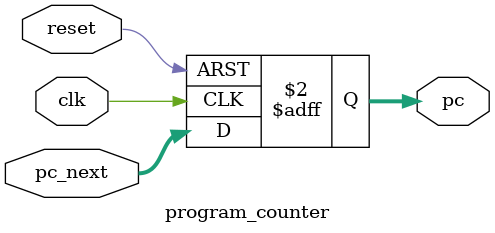
<source format=sv>
module program_counter(
    input logic clk,reset,
    input logic [31:0] pc_next,
    output logic [31:0] pc
    );

    always_ff @(posedge clk or posedge reset) begin
        if (reset) 
            pc <= 32'b0;
        else 
            pc <= pc_next;
    end

endmodule
</source>
